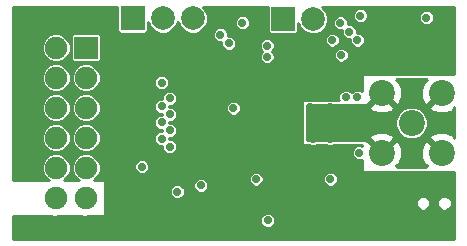
<source format=gbr>
G04 #@! TF.FileFunction,Copper,L2,Inr,Signal*
%FSLAX46Y46*%
G04 Gerber Fmt 4.6, Leading zero omitted, Abs format (unit mm)*
G04 Created by KiCad (PCBNEW 4.0.2+dfsg1-stable) date ven. 22 févr. 2019 08:36:17 CET*
%MOMM*%
G01*
G04 APERTURE LIST*
%ADD10C,0.100000*%
%ADD11R,2.000000X1.900000*%
%ADD12C,1.900000*%
%ADD13C,2.199640*%
%ADD14R,2.000000X2.000000*%
%ADD15C,2.000000*%
%ADD16C,0.711200*%
%ADD17C,0.304800*%
%ADD18C,0.406400*%
%ADD19C,0.254000*%
G04 APERTURE END LIST*
D10*
D11*
X136030000Y-98650000D03*
D12*
X136030000Y-101190000D03*
X136030000Y-103730000D03*
X136030000Y-106270000D03*
X136030000Y-108810000D03*
X136030000Y-111350000D03*
X133490000Y-98650000D03*
X133490000Y-101190000D03*
X133490000Y-103730000D03*
X133490000Y-106270000D03*
X133490000Y-108810000D03*
X133490000Y-111350000D03*
D13*
X161036000Y-107540000D03*
X161036000Y-102460000D03*
X166116000Y-107540000D03*
X166116000Y-102460000D03*
X163576000Y-105000000D03*
D14*
X139960000Y-96160000D03*
D15*
X142500000Y-96160000D03*
X145040000Y-96160000D03*
D14*
X152710000Y-96220000D03*
D15*
X155250000Y-96220000D03*
D16*
X159000000Y-102830000D03*
X155230000Y-106330000D03*
X148500000Y-103750000D03*
X142420000Y-101600000D03*
X149250000Y-96530000D03*
X164840000Y-96090000D03*
X155010000Y-103670000D03*
X156700000Y-103670000D03*
X156700000Y-106330000D03*
X156700000Y-109760000D03*
X140750000Y-108720000D03*
X151410000Y-113260000D03*
X150420000Y-109760000D03*
X143740000Y-110820000D03*
X145750000Y-110300000D03*
X157430000Y-100450000D03*
X155860000Y-102830000D03*
X151610000Y-106220000D03*
X150660000Y-97780000D03*
X150420000Y-108840000D03*
X144840000Y-100380000D03*
X141920000Y-111160000D03*
X158010000Y-102830000D03*
X159170000Y-107540000D03*
X151350000Y-99420000D03*
X151350000Y-98470000D03*
X148120000Y-98280000D03*
X147390000Y-97550000D03*
X156860000Y-98000000D03*
X143100000Y-102930000D03*
X157560000Y-96540000D03*
X142420000Y-103610000D03*
X143100000Y-104290000D03*
X157620000Y-99270000D03*
X158290000Y-97270000D03*
X142420000Y-104970000D03*
X159000000Y-98000000D03*
X143100000Y-105650000D03*
X142420000Y-106330000D03*
X159240000Y-95940000D03*
X143100000Y-107010000D03*
D17*
X157430000Y-100450000D02*
X150580000Y-100450000D01*
X150580000Y-100450000D02*
X149285000Y-99155000D01*
X155860000Y-102830000D02*
X153400000Y-102830000D01*
X151610000Y-104620000D02*
X151610000Y-106220000D01*
X153400000Y-102830000D02*
X151610000Y-104620000D01*
X147120000Y-106220000D02*
X151610000Y-106220000D01*
X147120000Y-106220000D02*
X146290000Y-107050000D01*
D18*
X149285000Y-99155000D02*
X150660000Y-97780000D01*
D17*
X150420000Y-108840000D02*
X148080000Y-108840000D01*
X148080000Y-108840000D02*
X146290000Y-107050000D01*
X146290000Y-107050000D02*
X144840000Y-107050000D01*
D18*
X144840000Y-100380000D02*
X148060000Y-100380000D01*
X148060000Y-100380000D02*
X149285000Y-99155000D01*
X144840000Y-107050000D02*
X144840000Y-100380000D01*
X141920000Y-111160000D02*
X141920000Y-109970000D01*
X141920000Y-109970000D02*
X144840000Y-107050000D01*
D19*
G36*
X138675127Y-97160000D02*
X138694609Y-97263539D01*
X138755801Y-97358634D01*
X138849168Y-97422429D01*
X138960000Y-97444873D01*
X140960000Y-97444873D01*
X141063539Y-97425391D01*
X141158634Y-97364199D01*
X141222429Y-97270832D01*
X141244873Y-97160000D01*
X141244873Y-96472654D01*
X141414745Y-96883775D01*
X141774332Y-97243990D01*
X142244395Y-97439178D01*
X142753372Y-97439622D01*
X143223775Y-97245255D01*
X143583990Y-96885668D01*
X143770217Y-96437185D01*
X143954745Y-96883775D01*
X144314332Y-97243990D01*
X144784395Y-97439178D01*
X145293372Y-97439622D01*
X145763775Y-97245255D01*
X146123990Y-96885668D01*
X146219458Y-96655755D01*
X148614890Y-96655755D01*
X148711360Y-96889228D01*
X148889832Y-97068013D01*
X149123137Y-97164889D01*
X149375755Y-97165110D01*
X149609228Y-97068640D01*
X149788013Y-96890168D01*
X149884889Y-96656863D01*
X149885110Y-96404245D01*
X149788640Y-96170772D01*
X149610168Y-95991987D01*
X149376863Y-95895111D01*
X149124245Y-95894890D01*
X148890772Y-95991360D01*
X148711987Y-96169832D01*
X148615111Y-96403137D01*
X148614890Y-96655755D01*
X146219458Y-96655755D01*
X146319178Y-96415605D01*
X146319622Y-95906628D01*
X146125255Y-95436225D01*
X145883852Y-95194400D01*
X151430311Y-95194400D01*
X151425127Y-95220000D01*
X151425127Y-97220000D01*
X151444609Y-97323539D01*
X151505801Y-97418634D01*
X151599168Y-97482429D01*
X151710000Y-97504873D01*
X153710000Y-97504873D01*
X153813539Y-97485391D01*
X153908634Y-97424199D01*
X153972429Y-97330832D01*
X153994873Y-97220000D01*
X153994873Y-96532654D01*
X154164745Y-96943775D01*
X154524332Y-97303990D01*
X154994395Y-97499178D01*
X155503372Y-97499622D01*
X155973775Y-97305255D01*
X156333990Y-96945668D01*
X156450220Y-96665755D01*
X156924890Y-96665755D01*
X157021360Y-96899228D01*
X157199832Y-97078013D01*
X157433137Y-97174889D01*
X157655083Y-97175083D01*
X157654890Y-97395755D01*
X157751360Y-97629228D01*
X157929832Y-97808013D01*
X158163137Y-97904889D01*
X158365083Y-97905066D01*
X158364890Y-98125755D01*
X158461360Y-98359228D01*
X158639832Y-98538013D01*
X158873137Y-98634889D01*
X159125755Y-98635110D01*
X159359228Y-98538640D01*
X159538013Y-98360168D01*
X159634889Y-98126863D01*
X159635110Y-97874245D01*
X159538640Y-97640772D01*
X159360168Y-97461987D01*
X159126863Y-97365111D01*
X158924917Y-97364934D01*
X158925110Y-97144245D01*
X158828640Y-96910772D01*
X158650168Y-96731987D01*
X158416863Y-96635111D01*
X158194917Y-96634917D01*
X158195110Y-96414245D01*
X158098640Y-96180772D01*
X157983825Y-96065755D01*
X158604890Y-96065755D01*
X158701360Y-96299228D01*
X158879832Y-96478013D01*
X159113137Y-96574889D01*
X159365755Y-96575110D01*
X159599228Y-96478640D01*
X159778013Y-96300168D01*
X159813064Y-96215755D01*
X164204890Y-96215755D01*
X164301360Y-96449228D01*
X164479832Y-96628013D01*
X164713137Y-96724889D01*
X164965755Y-96725110D01*
X165199228Y-96628640D01*
X165378013Y-96450168D01*
X165474889Y-96216863D01*
X165475110Y-95964245D01*
X165378640Y-95730772D01*
X165200168Y-95551987D01*
X164966863Y-95455111D01*
X164714245Y-95454890D01*
X164480772Y-95551360D01*
X164301987Y-95729832D01*
X164205111Y-95963137D01*
X164204890Y-96215755D01*
X159813064Y-96215755D01*
X159874889Y-96066863D01*
X159875110Y-95814245D01*
X159778640Y-95580772D01*
X159600168Y-95401987D01*
X159366863Y-95305111D01*
X159114245Y-95304890D01*
X158880772Y-95401360D01*
X158701987Y-95579832D01*
X158605111Y-95813137D01*
X158604890Y-96065755D01*
X157983825Y-96065755D01*
X157920168Y-96001987D01*
X157686863Y-95905111D01*
X157434245Y-95904890D01*
X157200772Y-96001360D01*
X157021987Y-96179832D01*
X156925111Y-96413137D01*
X156924890Y-96665755D01*
X156450220Y-96665755D01*
X156529178Y-96475605D01*
X156529622Y-95966628D01*
X156335255Y-95496225D01*
X156033956Y-95194400D01*
X167195600Y-95194400D01*
X167195600Y-100873000D01*
X159500000Y-100873000D01*
X159450590Y-100883006D01*
X159408965Y-100911447D01*
X159381685Y-100953841D01*
X159373000Y-101000000D01*
X159373000Y-102304842D01*
X159360168Y-102291987D01*
X159126863Y-102195111D01*
X158874245Y-102194890D01*
X158640772Y-102291360D01*
X158504919Y-102426975D01*
X158370168Y-102291987D01*
X158136863Y-102195111D01*
X157884245Y-102194890D01*
X157650772Y-102291360D01*
X157471987Y-102469832D01*
X157375111Y-102703137D01*
X157374890Y-102955755D01*
X157419203Y-103063000D01*
X156894028Y-103063000D01*
X156826863Y-103035111D01*
X156574245Y-103034890D01*
X156506214Y-103063000D01*
X155204028Y-103063000D01*
X155136863Y-103035111D01*
X154884245Y-103034890D01*
X154816214Y-103063000D01*
X154400000Y-103063000D01*
X154350590Y-103073006D01*
X154308965Y-103101447D01*
X154281685Y-103143841D01*
X154273000Y-103190000D01*
X154273000Y-106750000D01*
X154283006Y-106799410D01*
X154311447Y-106841035D01*
X154353841Y-106868315D01*
X154400000Y-106877000D01*
X154891475Y-106877000D01*
X155103137Y-106964889D01*
X155355755Y-106965110D01*
X155568995Y-106877000D01*
X156361475Y-106877000D01*
X156573137Y-106964889D01*
X156825755Y-106965110D01*
X157038995Y-106877000D01*
X159373000Y-106877000D01*
X159373000Y-106936726D01*
X159296863Y-106905111D01*
X159044245Y-106904890D01*
X158810772Y-107001360D01*
X158631987Y-107179832D01*
X158535111Y-107413137D01*
X158534890Y-107665755D01*
X158631360Y-107899228D01*
X158809832Y-108078013D01*
X159043137Y-108174889D01*
X159295755Y-108175110D01*
X159373000Y-108143193D01*
X159373000Y-109000000D01*
X159383006Y-109049410D01*
X159411447Y-109091035D01*
X159453841Y-109118315D01*
X159500000Y-109127000D01*
X167195600Y-109127000D01*
X167195600Y-114805600D01*
X129804400Y-114805600D01*
X129804400Y-113385755D01*
X150774890Y-113385755D01*
X150871360Y-113619228D01*
X151049832Y-113798013D01*
X151283137Y-113894889D01*
X151535755Y-113895110D01*
X151769228Y-113798640D01*
X151948013Y-113620168D01*
X152044889Y-113386863D01*
X152045110Y-113134245D01*
X151948640Y-112900772D01*
X151770168Y-112721987D01*
X151536863Y-112625111D01*
X151284245Y-112624890D01*
X151050772Y-112721360D01*
X150871987Y-112899832D01*
X150775111Y-113133137D01*
X150774890Y-113385755D01*
X129804400Y-113385755D01*
X129804400Y-112877000D01*
X133049782Y-112877000D01*
X133237398Y-112946188D01*
X133867461Y-112921352D01*
X133974536Y-112877000D01*
X135589782Y-112877000D01*
X135777398Y-112946188D01*
X136407461Y-112921352D01*
X136514536Y-112877000D01*
X137500000Y-112877000D01*
X137549410Y-112866994D01*
X137591035Y-112838553D01*
X137618315Y-112796159D01*
X137627000Y-112750000D01*
X137627000Y-111924646D01*
X163920491Y-111924646D01*
X164016109Y-112156061D01*
X164193008Y-112333268D01*
X164424255Y-112429291D01*
X164674646Y-112429509D01*
X164906061Y-112333891D01*
X165083268Y-112156992D01*
X165179291Y-111925745D01*
X165179291Y-111924646D01*
X165720491Y-111924646D01*
X165816109Y-112156061D01*
X165993008Y-112333268D01*
X166224255Y-112429291D01*
X166474646Y-112429509D01*
X166706061Y-112333891D01*
X166883268Y-112156992D01*
X166979291Y-111925745D01*
X166979509Y-111675354D01*
X166883891Y-111443939D01*
X166706992Y-111266732D01*
X166475745Y-111170709D01*
X166225354Y-111170491D01*
X165993939Y-111266109D01*
X165816732Y-111443008D01*
X165720709Y-111674255D01*
X165720491Y-111924646D01*
X165179291Y-111924646D01*
X165179509Y-111675354D01*
X165083891Y-111443939D01*
X164906992Y-111266732D01*
X164675745Y-111170709D01*
X164425354Y-111170491D01*
X164193939Y-111266109D01*
X164016732Y-111443008D01*
X163920709Y-111674255D01*
X163920491Y-111924646D01*
X137627000Y-111924646D01*
X137627000Y-110945755D01*
X143104890Y-110945755D01*
X143201360Y-111179228D01*
X143379832Y-111358013D01*
X143613137Y-111454889D01*
X143865755Y-111455110D01*
X144099228Y-111358640D01*
X144278013Y-111180168D01*
X144374889Y-110946863D01*
X144375110Y-110694245D01*
X144278640Y-110460772D01*
X144243685Y-110425755D01*
X145114890Y-110425755D01*
X145211360Y-110659228D01*
X145389832Y-110838013D01*
X145623137Y-110934889D01*
X145875755Y-110935110D01*
X146109228Y-110838640D01*
X146288013Y-110660168D01*
X146384889Y-110426863D01*
X146385110Y-110174245D01*
X146288640Y-109940772D01*
X146233720Y-109885755D01*
X149784890Y-109885755D01*
X149881360Y-110119228D01*
X150059832Y-110298013D01*
X150293137Y-110394889D01*
X150545755Y-110395110D01*
X150779228Y-110298640D01*
X150958013Y-110120168D01*
X151054889Y-109886863D01*
X151054889Y-109885755D01*
X156064890Y-109885755D01*
X156161360Y-110119228D01*
X156339832Y-110298013D01*
X156573137Y-110394889D01*
X156825755Y-110395110D01*
X157059228Y-110298640D01*
X157238013Y-110120168D01*
X157334889Y-109886863D01*
X157335110Y-109634245D01*
X157238640Y-109400772D01*
X157060168Y-109221987D01*
X156826863Y-109125111D01*
X156574245Y-109124890D01*
X156340772Y-109221360D01*
X156161987Y-109399832D01*
X156065111Y-109633137D01*
X156064890Y-109885755D01*
X151054889Y-109885755D01*
X151055110Y-109634245D01*
X150958640Y-109400772D01*
X150780168Y-109221987D01*
X150546863Y-109125111D01*
X150294245Y-109124890D01*
X150060772Y-109221360D01*
X149881987Y-109399832D01*
X149785111Y-109633137D01*
X149784890Y-109885755D01*
X146233720Y-109885755D01*
X146110168Y-109761987D01*
X145876863Y-109665111D01*
X145624245Y-109664890D01*
X145390772Y-109761360D01*
X145211987Y-109939832D01*
X145115111Y-110173137D01*
X145114890Y-110425755D01*
X144243685Y-110425755D01*
X144100168Y-110281987D01*
X143866863Y-110185111D01*
X143614245Y-110184890D01*
X143380772Y-110281360D01*
X143201987Y-110459832D01*
X143105111Y-110693137D01*
X143104890Y-110945755D01*
X137627000Y-110945755D01*
X137627000Y-110000000D01*
X137616994Y-109950590D01*
X137588553Y-109908965D01*
X137546159Y-109881685D01*
X137500000Y-109873000D01*
X136676704Y-109873000D01*
X136725489Y-109852842D01*
X137071627Y-109507308D01*
X137259186Y-109055616D01*
X137259369Y-108845755D01*
X140114890Y-108845755D01*
X140211360Y-109079228D01*
X140389832Y-109258013D01*
X140623137Y-109354889D01*
X140875755Y-109355110D01*
X141109228Y-109258640D01*
X141288013Y-109080168D01*
X141384889Y-108846863D01*
X141385110Y-108594245D01*
X141288640Y-108360772D01*
X141110168Y-108181987D01*
X140876863Y-108085111D01*
X140624245Y-108084890D01*
X140390772Y-108181360D01*
X140211987Y-108359832D01*
X140115111Y-108593137D01*
X140114890Y-108845755D01*
X137259369Y-108845755D01*
X137259613Y-108566530D01*
X137072842Y-108114511D01*
X136727308Y-107768373D01*
X136275616Y-107580814D01*
X135786530Y-107580387D01*
X135334511Y-107767158D01*
X134988373Y-108112692D01*
X134800814Y-108564384D01*
X134800387Y-109053470D01*
X134987158Y-109505489D01*
X135332692Y-109851627D01*
X135384164Y-109873000D01*
X134136704Y-109873000D01*
X134185489Y-109852842D01*
X134531627Y-109507308D01*
X134719186Y-109055616D01*
X134719613Y-108566530D01*
X134532842Y-108114511D01*
X134187308Y-107768373D01*
X133735616Y-107580814D01*
X133246530Y-107580387D01*
X132794511Y-107767158D01*
X132448373Y-108112692D01*
X132260814Y-108564384D01*
X132260387Y-109053470D01*
X132447158Y-109505489D01*
X132792692Y-109851627D01*
X132844164Y-109873000D01*
X129804400Y-109873000D01*
X129804400Y-106513470D01*
X132260387Y-106513470D01*
X132447158Y-106965489D01*
X132792692Y-107311627D01*
X133244384Y-107499186D01*
X133733470Y-107499613D01*
X134185489Y-107312842D01*
X134531627Y-106967308D01*
X134719186Y-106515616D01*
X134719187Y-106513470D01*
X134800387Y-106513470D01*
X134987158Y-106965489D01*
X135332692Y-107311627D01*
X135784384Y-107499186D01*
X136273470Y-107499613D01*
X136725489Y-107312842D01*
X137071627Y-106967308D01*
X137259186Y-106515616D01*
X137259613Y-106026530D01*
X137072842Y-105574511D01*
X136727308Y-105228373D01*
X136275616Y-105040814D01*
X135786530Y-105040387D01*
X135334511Y-105227158D01*
X134988373Y-105572692D01*
X134800814Y-106024384D01*
X134800387Y-106513470D01*
X134719187Y-106513470D01*
X134719613Y-106026530D01*
X134532842Y-105574511D01*
X134187308Y-105228373D01*
X133735616Y-105040814D01*
X133246530Y-105040387D01*
X132794511Y-105227158D01*
X132448373Y-105572692D01*
X132260814Y-106024384D01*
X132260387Y-106513470D01*
X129804400Y-106513470D01*
X129804400Y-103973470D01*
X132260387Y-103973470D01*
X132447158Y-104425489D01*
X132792692Y-104771627D01*
X133244384Y-104959186D01*
X133733470Y-104959613D01*
X134185489Y-104772842D01*
X134531627Y-104427308D01*
X134719186Y-103975616D01*
X134719187Y-103973470D01*
X134800387Y-103973470D01*
X134987158Y-104425489D01*
X135332692Y-104771627D01*
X135784384Y-104959186D01*
X136273470Y-104959613D01*
X136725489Y-104772842D01*
X137071627Y-104427308D01*
X137259186Y-103975616D01*
X137259395Y-103735755D01*
X141784890Y-103735755D01*
X141881360Y-103969228D01*
X142059832Y-104148013D01*
X142293137Y-104244889D01*
X142465039Y-104245039D01*
X142464961Y-104335039D01*
X142294245Y-104334890D01*
X142060772Y-104431360D01*
X141881987Y-104609832D01*
X141785111Y-104843137D01*
X141784890Y-105095755D01*
X141881360Y-105329228D01*
X142059832Y-105508013D01*
X142293137Y-105604889D01*
X142465039Y-105605039D01*
X142464961Y-105695039D01*
X142294245Y-105694890D01*
X142060772Y-105791360D01*
X141881987Y-105969832D01*
X141785111Y-106203137D01*
X141784890Y-106455755D01*
X141881360Y-106689228D01*
X142059832Y-106868013D01*
X142293137Y-106964889D01*
X142465039Y-106965039D01*
X142464890Y-107135755D01*
X142561360Y-107369228D01*
X142739832Y-107548013D01*
X142973137Y-107644889D01*
X143225755Y-107645110D01*
X143459228Y-107548640D01*
X143638013Y-107370168D01*
X143734889Y-107136863D01*
X143735110Y-106884245D01*
X143638640Y-106650772D01*
X143460168Y-106471987D01*
X143226863Y-106375111D01*
X143054961Y-106374961D01*
X143055039Y-106284961D01*
X143225755Y-106285110D01*
X143459228Y-106188640D01*
X143638013Y-106010168D01*
X143734889Y-105776863D01*
X143735110Y-105524245D01*
X143638640Y-105290772D01*
X143460168Y-105111987D01*
X143226863Y-105015111D01*
X143054961Y-105014961D01*
X143055039Y-104924961D01*
X143225755Y-104925110D01*
X143459228Y-104828640D01*
X143638013Y-104650168D01*
X143734889Y-104416863D01*
X143735110Y-104164245D01*
X143638640Y-103930772D01*
X143583720Y-103875755D01*
X147864890Y-103875755D01*
X147961360Y-104109228D01*
X148139832Y-104288013D01*
X148373137Y-104384889D01*
X148625755Y-104385110D01*
X148859228Y-104288640D01*
X149038013Y-104110168D01*
X149134889Y-103876863D01*
X149135110Y-103624245D01*
X149038640Y-103390772D01*
X148860168Y-103211987D01*
X148626863Y-103115111D01*
X148374245Y-103114890D01*
X148140772Y-103211360D01*
X147961987Y-103389832D01*
X147865111Y-103623137D01*
X147864890Y-103875755D01*
X143583720Y-103875755D01*
X143460168Y-103751987D01*
X143226863Y-103655111D01*
X143054961Y-103654961D01*
X143055039Y-103564961D01*
X143225755Y-103565110D01*
X143459228Y-103468640D01*
X143638013Y-103290168D01*
X143734889Y-103056863D01*
X143735110Y-102804245D01*
X143638640Y-102570772D01*
X143460168Y-102391987D01*
X143226863Y-102295111D01*
X142974245Y-102294890D01*
X142740772Y-102391360D01*
X142561987Y-102569832D01*
X142465111Y-102803137D01*
X142464961Y-102975039D01*
X142294245Y-102974890D01*
X142060772Y-103071360D01*
X141881987Y-103249832D01*
X141785111Y-103483137D01*
X141784890Y-103735755D01*
X137259395Y-103735755D01*
X137259613Y-103486530D01*
X137072842Y-103034511D01*
X136727308Y-102688373D01*
X136275616Y-102500814D01*
X135786530Y-102500387D01*
X135334511Y-102687158D01*
X134988373Y-103032692D01*
X134800814Y-103484384D01*
X134800387Y-103973470D01*
X134719187Y-103973470D01*
X134719613Y-103486530D01*
X134532842Y-103034511D01*
X134187308Y-102688373D01*
X133735616Y-102500814D01*
X133246530Y-102500387D01*
X132794511Y-102687158D01*
X132448373Y-103032692D01*
X132260814Y-103484384D01*
X132260387Y-103973470D01*
X129804400Y-103973470D01*
X129804400Y-101433470D01*
X132260387Y-101433470D01*
X132447158Y-101885489D01*
X132792692Y-102231627D01*
X133244384Y-102419186D01*
X133733470Y-102419613D01*
X134185489Y-102232842D01*
X134531627Y-101887308D01*
X134719186Y-101435616D01*
X134719187Y-101433470D01*
X134800387Y-101433470D01*
X134987158Y-101885489D01*
X135332692Y-102231627D01*
X135784384Y-102419186D01*
X136273470Y-102419613D01*
X136725489Y-102232842D01*
X137071627Y-101887308D01*
X137138709Y-101725755D01*
X141784890Y-101725755D01*
X141881360Y-101959228D01*
X142059832Y-102138013D01*
X142293137Y-102234889D01*
X142545755Y-102235110D01*
X142779228Y-102138640D01*
X142958013Y-101960168D01*
X143054889Y-101726863D01*
X143055110Y-101474245D01*
X142958640Y-101240772D01*
X142780168Y-101061987D01*
X142546863Y-100965111D01*
X142294245Y-100964890D01*
X142060772Y-101061360D01*
X141881987Y-101239832D01*
X141785111Y-101473137D01*
X141784890Y-101725755D01*
X137138709Y-101725755D01*
X137259186Y-101435616D01*
X137259613Y-100946530D01*
X137072842Y-100494511D01*
X136727308Y-100148373D01*
X136275616Y-99960814D01*
X135786530Y-99960387D01*
X135334511Y-100147158D01*
X134988373Y-100492692D01*
X134800814Y-100944384D01*
X134800387Y-101433470D01*
X134719187Y-101433470D01*
X134719613Y-100946530D01*
X134532842Y-100494511D01*
X134187308Y-100148373D01*
X133735616Y-99960814D01*
X133246530Y-99960387D01*
X132794511Y-100147158D01*
X132448373Y-100492692D01*
X132260814Y-100944384D01*
X132260387Y-101433470D01*
X129804400Y-101433470D01*
X129804400Y-98893470D01*
X132260387Y-98893470D01*
X132447158Y-99345489D01*
X132792692Y-99691627D01*
X133244384Y-99879186D01*
X133733470Y-99879613D01*
X134185489Y-99692842D01*
X134531627Y-99347308D01*
X134719186Y-98895616D01*
X134719613Y-98406530D01*
X134532842Y-97954511D01*
X134278776Y-97700000D01*
X134745127Y-97700000D01*
X134745127Y-99600000D01*
X134764609Y-99703539D01*
X134825801Y-99798634D01*
X134919168Y-99862429D01*
X135030000Y-99884873D01*
X137030000Y-99884873D01*
X137133539Y-99865391D01*
X137228634Y-99804199D01*
X137292429Y-99710832D01*
X137314873Y-99600000D01*
X137314873Y-97700000D01*
X137310312Y-97675755D01*
X146754890Y-97675755D01*
X146851360Y-97909228D01*
X147029832Y-98088013D01*
X147263137Y-98184889D01*
X147485083Y-98185083D01*
X147484890Y-98405755D01*
X147581360Y-98639228D01*
X147759832Y-98818013D01*
X147993137Y-98914889D01*
X148245755Y-98915110D01*
X148479228Y-98818640D01*
X148658013Y-98640168D01*
X148676454Y-98595755D01*
X150714890Y-98595755D01*
X150811360Y-98829228D01*
X150926975Y-98945046D01*
X150811987Y-99059832D01*
X150715111Y-99293137D01*
X150714890Y-99545755D01*
X150811360Y-99779228D01*
X150989832Y-99958013D01*
X151223137Y-100054889D01*
X151475755Y-100055110D01*
X151709228Y-99958640D01*
X151888013Y-99780168D01*
X151984889Y-99546863D01*
X151985021Y-99395755D01*
X156984890Y-99395755D01*
X157081360Y-99629228D01*
X157259832Y-99808013D01*
X157493137Y-99904889D01*
X157745755Y-99905110D01*
X157979228Y-99808640D01*
X158158013Y-99630168D01*
X158254889Y-99396863D01*
X158255110Y-99144245D01*
X158158640Y-98910772D01*
X157980168Y-98731987D01*
X157746863Y-98635111D01*
X157494245Y-98634890D01*
X157260772Y-98731360D01*
X157081987Y-98909832D01*
X156985111Y-99143137D01*
X156984890Y-99395755D01*
X151985021Y-99395755D01*
X151985110Y-99294245D01*
X151888640Y-99060772D01*
X151773025Y-98944954D01*
X151888013Y-98830168D01*
X151984889Y-98596863D01*
X151985110Y-98344245D01*
X151894831Y-98125755D01*
X156224890Y-98125755D01*
X156321360Y-98359228D01*
X156499832Y-98538013D01*
X156733137Y-98634889D01*
X156985755Y-98635110D01*
X157219228Y-98538640D01*
X157398013Y-98360168D01*
X157494889Y-98126863D01*
X157495110Y-97874245D01*
X157398640Y-97640772D01*
X157220168Y-97461987D01*
X156986863Y-97365111D01*
X156734245Y-97364890D01*
X156500772Y-97461360D01*
X156321987Y-97639832D01*
X156225111Y-97873137D01*
X156224890Y-98125755D01*
X151894831Y-98125755D01*
X151888640Y-98110772D01*
X151710168Y-97931987D01*
X151476863Y-97835111D01*
X151224245Y-97834890D01*
X150990772Y-97931360D01*
X150811987Y-98109832D01*
X150715111Y-98343137D01*
X150714890Y-98595755D01*
X148676454Y-98595755D01*
X148754889Y-98406863D01*
X148755110Y-98154245D01*
X148658640Y-97920772D01*
X148480168Y-97741987D01*
X148246863Y-97645111D01*
X148024917Y-97644917D01*
X148025110Y-97424245D01*
X147928640Y-97190772D01*
X147750168Y-97011987D01*
X147516863Y-96915111D01*
X147264245Y-96914890D01*
X147030772Y-97011360D01*
X146851987Y-97189832D01*
X146755111Y-97423137D01*
X146754890Y-97675755D01*
X137310312Y-97675755D01*
X137295391Y-97596461D01*
X137234199Y-97501366D01*
X137140832Y-97437571D01*
X137030000Y-97415127D01*
X135030000Y-97415127D01*
X134926461Y-97434609D01*
X134831366Y-97495801D01*
X134767571Y-97589168D01*
X134745127Y-97700000D01*
X134278776Y-97700000D01*
X134187308Y-97608373D01*
X133735616Y-97420814D01*
X133246530Y-97420387D01*
X132794511Y-97607158D01*
X132448373Y-97952692D01*
X132260814Y-98404384D01*
X132260387Y-98893470D01*
X129804400Y-98893470D01*
X129804400Y-95194400D01*
X138675127Y-95194400D01*
X138675127Y-97160000D01*
X138675127Y-97160000D01*
G37*
X138675127Y-97160000D02*
X138694609Y-97263539D01*
X138755801Y-97358634D01*
X138849168Y-97422429D01*
X138960000Y-97444873D01*
X140960000Y-97444873D01*
X141063539Y-97425391D01*
X141158634Y-97364199D01*
X141222429Y-97270832D01*
X141244873Y-97160000D01*
X141244873Y-96472654D01*
X141414745Y-96883775D01*
X141774332Y-97243990D01*
X142244395Y-97439178D01*
X142753372Y-97439622D01*
X143223775Y-97245255D01*
X143583990Y-96885668D01*
X143770217Y-96437185D01*
X143954745Y-96883775D01*
X144314332Y-97243990D01*
X144784395Y-97439178D01*
X145293372Y-97439622D01*
X145763775Y-97245255D01*
X146123990Y-96885668D01*
X146219458Y-96655755D01*
X148614890Y-96655755D01*
X148711360Y-96889228D01*
X148889832Y-97068013D01*
X149123137Y-97164889D01*
X149375755Y-97165110D01*
X149609228Y-97068640D01*
X149788013Y-96890168D01*
X149884889Y-96656863D01*
X149885110Y-96404245D01*
X149788640Y-96170772D01*
X149610168Y-95991987D01*
X149376863Y-95895111D01*
X149124245Y-95894890D01*
X148890772Y-95991360D01*
X148711987Y-96169832D01*
X148615111Y-96403137D01*
X148614890Y-96655755D01*
X146219458Y-96655755D01*
X146319178Y-96415605D01*
X146319622Y-95906628D01*
X146125255Y-95436225D01*
X145883852Y-95194400D01*
X151430311Y-95194400D01*
X151425127Y-95220000D01*
X151425127Y-97220000D01*
X151444609Y-97323539D01*
X151505801Y-97418634D01*
X151599168Y-97482429D01*
X151710000Y-97504873D01*
X153710000Y-97504873D01*
X153813539Y-97485391D01*
X153908634Y-97424199D01*
X153972429Y-97330832D01*
X153994873Y-97220000D01*
X153994873Y-96532654D01*
X154164745Y-96943775D01*
X154524332Y-97303990D01*
X154994395Y-97499178D01*
X155503372Y-97499622D01*
X155973775Y-97305255D01*
X156333990Y-96945668D01*
X156450220Y-96665755D01*
X156924890Y-96665755D01*
X157021360Y-96899228D01*
X157199832Y-97078013D01*
X157433137Y-97174889D01*
X157655083Y-97175083D01*
X157654890Y-97395755D01*
X157751360Y-97629228D01*
X157929832Y-97808013D01*
X158163137Y-97904889D01*
X158365083Y-97905066D01*
X158364890Y-98125755D01*
X158461360Y-98359228D01*
X158639832Y-98538013D01*
X158873137Y-98634889D01*
X159125755Y-98635110D01*
X159359228Y-98538640D01*
X159538013Y-98360168D01*
X159634889Y-98126863D01*
X159635110Y-97874245D01*
X159538640Y-97640772D01*
X159360168Y-97461987D01*
X159126863Y-97365111D01*
X158924917Y-97364934D01*
X158925110Y-97144245D01*
X158828640Y-96910772D01*
X158650168Y-96731987D01*
X158416863Y-96635111D01*
X158194917Y-96634917D01*
X158195110Y-96414245D01*
X158098640Y-96180772D01*
X157983825Y-96065755D01*
X158604890Y-96065755D01*
X158701360Y-96299228D01*
X158879832Y-96478013D01*
X159113137Y-96574889D01*
X159365755Y-96575110D01*
X159599228Y-96478640D01*
X159778013Y-96300168D01*
X159813064Y-96215755D01*
X164204890Y-96215755D01*
X164301360Y-96449228D01*
X164479832Y-96628013D01*
X164713137Y-96724889D01*
X164965755Y-96725110D01*
X165199228Y-96628640D01*
X165378013Y-96450168D01*
X165474889Y-96216863D01*
X165475110Y-95964245D01*
X165378640Y-95730772D01*
X165200168Y-95551987D01*
X164966863Y-95455111D01*
X164714245Y-95454890D01*
X164480772Y-95551360D01*
X164301987Y-95729832D01*
X164205111Y-95963137D01*
X164204890Y-96215755D01*
X159813064Y-96215755D01*
X159874889Y-96066863D01*
X159875110Y-95814245D01*
X159778640Y-95580772D01*
X159600168Y-95401987D01*
X159366863Y-95305111D01*
X159114245Y-95304890D01*
X158880772Y-95401360D01*
X158701987Y-95579832D01*
X158605111Y-95813137D01*
X158604890Y-96065755D01*
X157983825Y-96065755D01*
X157920168Y-96001987D01*
X157686863Y-95905111D01*
X157434245Y-95904890D01*
X157200772Y-96001360D01*
X157021987Y-96179832D01*
X156925111Y-96413137D01*
X156924890Y-96665755D01*
X156450220Y-96665755D01*
X156529178Y-96475605D01*
X156529622Y-95966628D01*
X156335255Y-95496225D01*
X156033956Y-95194400D01*
X167195600Y-95194400D01*
X167195600Y-100873000D01*
X159500000Y-100873000D01*
X159450590Y-100883006D01*
X159408965Y-100911447D01*
X159381685Y-100953841D01*
X159373000Y-101000000D01*
X159373000Y-102304842D01*
X159360168Y-102291987D01*
X159126863Y-102195111D01*
X158874245Y-102194890D01*
X158640772Y-102291360D01*
X158504919Y-102426975D01*
X158370168Y-102291987D01*
X158136863Y-102195111D01*
X157884245Y-102194890D01*
X157650772Y-102291360D01*
X157471987Y-102469832D01*
X157375111Y-102703137D01*
X157374890Y-102955755D01*
X157419203Y-103063000D01*
X156894028Y-103063000D01*
X156826863Y-103035111D01*
X156574245Y-103034890D01*
X156506214Y-103063000D01*
X155204028Y-103063000D01*
X155136863Y-103035111D01*
X154884245Y-103034890D01*
X154816214Y-103063000D01*
X154400000Y-103063000D01*
X154350590Y-103073006D01*
X154308965Y-103101447D01*
X154281685Y-103143841D01*
X154273000Y-103190000D01*
X154273000Y-106750000D01*
X154283006Y-106799410D01*
X154311447Y-106841035D01*
X154353841Y-106868315D01*
X154400000Y-106877000D01*
X154891475Y-106877000D01*
X155103137Y-106964889D01*
X155355755Y-106965110D01*
X155568995Y-106877000D01*
X156361475Y-106877000D01*
X156573137Y-106964889D01*
X156825755Y-106965110D01*
X157038995Y-106877000D01*
X159373000Y-106877000D01*
X159373000Y-106936726D01*
X159296863Y-106905111D01*
X159044245Y-106904890D01*
X158810772Y-107001360D01*
X158631987Y-107179832D01*
X158535111Y-107413137D01*
X158534890Y-107665755D01*
X158631360Y-107899228D01*
X158809832Y-108078013D01*
X159043137Y-108174889D01*
X159295755Y-108175110D01*
X159373000Y-108143193D01*
X159373000Y-109000000D01*
X159383006Y-109049410D01*
X159411447Y-109091035D01*
X159453841Y-109118315D01*
X159500000Y-109127000D01*
X167195600Y-109127000D01*
X167195600Y-114805600D01*
X129804400Y-114805600D01*
X129804400Y-113385755D01*
X150774890Y-113385755D01*
X150871360Y-113619228D01*
X151049832Y-113798013D01*
X151283137Y-113894889D01*
X151535755Y-113895110D01*
X151769228Y-113798640D01*
X151948013Y-113620168D01*
X152044889Y-113386863D01*
X152045110Y-113134245D01*
X151948640Y-112900772D01*
X151770168Y-112721987D01*
X151536863Y-112625111D01*
X151284245Y-112624890D01*
X151050772Y-112721360D01*
X150871987Y-112899832D01*
X150775111Y-113133137D01*
X150774890Y-113385755D01*
X129804400Y-113385755D01*
X129804400Y-112877000D01*
X133049782Y-112877000D01*
X133237398Y-112946188D01*
X133867461Y-112921352D01*
X133974536Y-112877000D01*
X135589782Y-112877000D01*
X135777398Y-112946188D01*
X136407461Y-112921352D01*
X136514536Y-112877000D01*
X137500000Y-112877000D01*
X137549410Y-112866994D01*
X137591035Y-112838553D01*
X137618315Y-112796159D01*
X137627000Y-112750000D01*
X137627000Y-111924646D01*
X163920491Y-111924646D01*
X164016109Y-112156061D01*
X164193008Y-112333268D01*
X164424255Y-112429291D01*
X164674646Y-112429509D01*
X164906061Y-112333891D01*
X165083268Y-112156992D01*
X165179291Y-111925745D01*
X165179291Y-111924646D01*
X165720491Y-111924646D01*
X165816109Y-112156061D01*
X165993008Y-112333268D01*
X166224255Y-112429291D01*
X166474646Y-112429509D01*
X166706061Y-112333891D01*
X166883268Y-112156992D01*
X166979291Y-111925745D01*
X166979509Y-111675354D01*
X166883891Y-111443939D01*
X166706992Y-111266732D01*
X166475745Y-111170709D01*
X166225354Y-111170491D01*
X165993939Y-111266109D01*
X165816732Y-111443008D01*
X165720709Y-111674255D01*
X165720491Y-111924646D01*
X165179291Y-111924646D01*
X165179509Y-111675354D01*
X165083891Y-111443939D01*
X164906992Y-111266732D01*
X164675745Y-111170709D01*
X164425354Y-111170491D01*
X164193939Y-111266109D01*
X164016732Y-111443008D01*
X163920709Y-111674255D01*
X163920491Y-111924646D01*
X137627000Y-111924646D01*
X137627000Y-110945755D01*
X143104890Y-110945755D01*
X143201360Y-111179228D01*
X143379832Y-111358013D01*
X143613137Y-111454889D01*
X143865755Y-111455110D01*
X144099228Y-111358640D01*
X144278013Y-111180168D01*
X144374889Y-110946863D01*
X144375110Y-110694245D01*
X144278640Y-110460772D01*
X144243685Y-110425755D01*
X145114890Y-110425755D01*
X145211360Y-110659228D01*
X145389832Y-110838013D01*
X145623137Y-110934889D01*
X145875755Y-110935110D01*
X146109228Y-110838640D01*
X146288013Y-110660168D01*
X146384889Y-110426863D01*
X146385110Y-110174245D01*
X146288640Y-109940772D01*
X146233720Y-109885755D01*
X149784890Y-109885755D01*
X149881360Y-110119228D01*
X150059832Y-110298013D01*
X150293137Y-110394889D01*
X150545755Y-110395110D01*
X150779228Y-110298640D01*
X150958013Y-110120168D01*
X151054889Y-109886863D01*
X151054889Y-109885755D01*
X156064890Y-109885755D01*
X156161360Y-110119228D01*
X156339832Y-110298013D01*
X156573137Y-110394889D01*
X156825755Y-110395110D01*
X157059228Y-110298640D01*
X157238013Y-110120168D01*
X157334889Y-109886863D01*
X157335110Y-109634245D01*
X157238640Y-109400772D01*
X157060168Y-109221987D01*
X156826863Y-109125111D01*
X156574245Y-109124890D01*
X156340772Y-109221360D01*
X156161987Y-109399832D01*
X156065111Y-109633137D01*
X156064890Y-109885755D01*
X151054889Y-109885755D01*
X151055110Y-109634245D01*
X150958640Y-109400772D01*
X150780168Y-109221987D01*
X150546863Y-109125111D01*
X150294245Y-109124890D01*
X150060772Y-109221360D01*
X149881987Y-109399832D01*
X149785111Y-109633137D01*
X149784890Y-109885755D01*
X146233720Y-109885755D01*
X146110168Y-109761987D01*
X145876863Y-109665111D01*
X145624245Y-109664890D01*
X145390772Y-109761360D01*
X145211987Y-109939832D01*
X145115111Y-110173137D01*
X145114890Y-110425755D01*
X144243685Y-110425755D01*
X144100168Y-110281987D01*
X143866863Y-110185111D01*
X143614245Y-110184890D01*
X143380772Y-110281360D01*
X143201987Y-110459832D01*
X143105111Y-110693137D01*
X143104890Y-110945755D01*
X137627000Y-110945755D01*
X137627000Y-110000000D01*
X137616994Y-109950590D01*
X137588553Y-109908965D01*
X137546159Y-109881685D01*
X137500000Y-109873000D01*
X136676704Y-109873000D01*
X136725489Y-109852842D01*
X137071627Y-109507308D01*
X137259186Y-109055616D01*
X137259369Y-108845755D01*
X140114890Y-108845755D01*
X140211360Y-109079228D01*
X140389832Y-109258013D01*
X140623137Y-109354889D01*
X140875755Y-109355110D01*
X141109228Y-109258640D01*
X141288013Y-109080168D01*
X141384889Y-108846863D01*
X141385110Y-108594245D01*
X141288640Y-108360772D01*
X141110168Y-108181987D01*
X140876863Y-108085111D01*
X140624245Y-108084890D01*
X140390772Y-108181360D01*
X140211987Y-108359832D01*
X140115111Y-108593137D01*
X140114890Y-108845755D01*
X137259369Y-108845755D01*
X137259613Y-108566530D01*
X137072842Y-108114511D01*
X136727308Y-107768373D01*
X136275616Y-107580814D01*
X135786530Y-107580387D01*
X135334511Y-107767158D01*
X134988373Y-108112692D01*
X134800814Y-108564384D01*
X134800387Y-109053470D01*
X134987158Y-109505489D01*
X135332692Y-109851627D01*
X135384164Y-109873000D01*
X134136704Y-109873000D01*
X134185489Y-109852842D01*
X134531627Y-109507308D01*
X134719186Y-109055616D01*
X134719613Y-108566530D01*
X134532842Y-108114511D01*
X134187308Y-107768373D01*
X133735616Y-107580814D01*
X133246530Y-107580387D01*
X132794511Y-107767158D01*
X132448373Y-108112692D01*
X132260814Y-108564384D01*
X132260387Y-109053470D01*
X132447158Y-109505489D01*
X132792692Y-109851627D01*
X132844164Y-109873000D01*
X129804400Y-109873000D01*
X129804400Y-106513470D01*
X132260387Y-106513470D01*
X132447158Y-106965489D01*
X132792692Y-107311627D01*
X133244384Y-107499186D01*
X133733470Y-107499613D01*
X134185489Y-107312842D01*
X134531627Y-106967308D01*
X134719186Y-106515616D01*
X134719187Y-106513470D01*
X134800387Y-106513470D01*
X134987158Y-106965489D01*
X135332692Y-107311627D01*
X135784384Y-107499186D01*
X136273470Y-107499613D01*
X136725489Y-107312842D01*
X137071627Y-106967308D01*
X137259186Y-106515616D01*
X137259613Y-106026530D01*
X137072842Y-105574511D01*
X136727308Y-105228373D01*
X136275616Y-105040814D01*
X135786530Y-105040387D01*
X135334511Y-105227158D01*
X134988373Y-105572692D01*
X134800814Y-106024384D01*
X134800387Y-106513470D01*
X134719187Y-106513470D01*
X134719613Y-106026530D01*
X134532842Y-105574511D01*
X134187308Y-105228373D01*
X133735616Y-105040814D01*
X133246530Y-105040387D01*
X132794511Y-105227158D01*
X132448373Y-105572692D01*
X132260814Y-106024384D01*
X132260387Y-106513470D01*
X129804400Y-106513470D01*
X129804400Y-103973470D01*
X132260387Y-103973470D01*
X132447158Y-104425489D01*
X132792692Y-104771627D01*
X133244384Y-104959186D01*
X133733470Y-104959613D01*
X134185489Y-104772842D01*
X134531627Y-104427308D01*
X134719186Y-103975616D01*
X134719187Y-103973470D01*
X134800387Y-103973470D01*
X134987158Y-104425489D01*
X135332692Y-104771627D01*
X135784384Y-104959186D01*
X136273470Y-104959613D01*
X136725489Y-104772842D01*
X137071627Y-104427308D01*
X137259186Y-103975616D01*
X137259395Y-103735755D01*
X141784890Y-103735755D01*
X141881360Y-103969228D01*
X142059832Y-104148013D01*
X142293137Y-104244889D01*
X142465039Y-104245039D01*
X142464961Y-104335039D01*
X142294245Y-104334890D01*
X142060772Y-104431360D01*
X141881987Y-104609832D01*
X141785111Y-104843137D01*
X141784890Y-105095755D01*
X141881360Y-105329228D01*
X142059832Y-105508013D01*
X142293137Y-105604889D01*
X142465039Y-105605039D01*
X142464961Y-105695039D01*
X142294245Y-105694890D01*
X142060772Y-105791360D01*
X141881987Y-105969832D01*
X141785111Y-106203137D01*
X141784890Y-106455755D01*
X141881360Y-106689228D01*
X142059832Y-106868013D01*
X142293137Y-106964889D01*
X142465039Y-106965039D01*
X142464890Y-107135755D01*
X142561360Y-107369228D01*
X142739832Y-107548013D01*
X142973137Y-107644889D01*
X143225755Y-107645110D01*
X143459228Y-107548640D01*
X143638013Y-107370168D01*
X143734889Y-107136863D01*
X143735110Y-106884245D01*
X143638640Y-106650772D01*
X143460168Y-106471987D01*
X143226863Y-106375111D01*
X143054961Y-106374961D01*
X143055039Y-106284961D01*
X143225755Y-106285110D01*
X143459228Y-106188640D01*
X143638013Y-106010168D01*
X143734889Y-105776863D01*
X143735110Y-105524245D01*
X143638640Y-105290772D01*
X143460168Y-105111987D01*
X143226863Y-105015111D01*
X143054961Y-105014961D01*
X143055039Y-104924961D01*
X143225755Y-104925110D01*
X143459228Y-104828640D01*
X143638013Y-104650168D01*
X143734889Y-104416863D01*
X143735110Y-104164245D01*
X143638640Y-103930772D01*
X143583720Y-103875755D01*
X147864890Y-103875755D01*
X147961360Y-104109228D01*
X148139832Y-104288013D01*
X148373137Y-104384889D01*
X148625755Y-104385110D01*
X148859228Y-104288640D01*
X149038013Y-104110168D01*
X149134889Y-103876863D01*
X149135110Y-103624245D01*
X149038640Y-103390772D01*
X148860168Y-103211987D01*
X148626863Y-103115111D01*
X148374245Y-103114890D01*
X148140772Y-103211360D01*
X147961987Y-103389832D01*
X147865111Y-103623137D01*
X147864890Y-103875755D01*
X143583720Y-103875755D01*
X143460168Y-103751987D01*
X143226863Y-103655111D01*
X143054961Y-103654961D01*
X143055039Y-103564961D01*
X143225755Y-103565110D01*
X143459228Y-103468640D01*
X143638013Y-103290168D01*
X143734889Y-103056863D01*
X143735110Y-102804245D01*
X143638640Y-102570772D01*
X143460168Y-102391987D01*
X143226863Y-102295111D01*
X142974245Y-102294890D01*
X142740772Y-102391360D01*
X142561987Y-102569832D01*
X142465111Y-102803137D01*
X142464961Y-102975039D01*
X142294245Y-102974890D01*
X142060772Y-103071360D01*
X141881987Y-103249832D01*
X141785111Y-103483137D01*
X141784890Y-103735755D01*
X137259395Y-103735755D01*
X137259613Y-103486530D01*
X137072842Y-103034511D01*
X136727308Y-102688373D01*
X136275616Y-102500814D01*
X135786530Y-102500387D01*
X135334511Y-102687158D01*
X134988373Y-103032692D01*
X134800814Y-103484384D01*
X134800387Y-103973470D01*
X134719187Y-103973470D01*
X134719613Y-103486530D01*
X134532842Y-103034511D01*
X134187308Y-102688373D01*
X133735616Y-102500814D01*
X133246530Y-102500387D01*
X132794511Y-102687158D01*
X132448373Y-103032692D01*
X132260814Y-103484384D01*
X132260387Y-103973470D01*
X129804400Y-103973470D01*
X129804400Y-101433470D01*
X132260387Y-101433470D01*
X132447158Y-101885489D01*
X132792692Y-102231627D01*
X133244384Y-102419186D01*
X133733470Y-102419613D01*
X134185489Y-102232842D01*
X134531627Y-101887308D01*
X134719186Y-101435616D01*
X134719187Y-101433470D01*
X134800387Y-101433470D01*
X134987158Y-101885489D01*
X135332692Y-102231627D01*
X135784384Y-102419186D01*
X136273470Y-102419613D01*
X136725489Y-102232842D01*
X137071627Y-101887308D01*
X137138709Y-101725755D01*
X141784890Y-101725755D01*
X141881360Y-101959228D01*
X142059832Y-102138013D01*
X142293137Y-102234889D01*
X142545755Y-102235110D01*
X142779228Y-102138640D01*
X142958013Y-101960168D01*
X143054889Y-101726863D01*
X143055110Y-101474245D01*
X142958640Y-101240772D01*
X142780168Y-101061987D01*
X142546863Y-100965111D01*
X142294245Y-100964890D01*
X142060772Y-101061360D01*
X141881987Y-101239832D01*
X141785111Y-101473137D01*
X141784890Y-101725755D01*
X137138709Y-101725755D01*
X137259186Y-101435616D01*
X137259613Y-100946530D01*
X137072842Y-100494511D01*
X136727308Y-100148373D01*
X136275616Y-99960814D01*
X135786530Y-99960387D01*
X135334511Y-100147158D01*
X134988373Y-100492692D01*
X134800814Y-100944384D01*
X134800387Y-101433470D01*
X134719187Y-101433470D01*
X134719613Y-100946530D01*
X134532842Y-100494511D01*
X134187308Y-100148373D01*
X133735616Y-99960814D01*
X133246530Y-99960387D01*
X132794511Y-100147158D01*
X132448373Y-100492692D01*
X132260814Y-100944384D01*
X132260387Y-101433470D01*
X129804400Y-101433470D01*
X129804400Y-98893470D01*
X132260387Y-98893470D01*
X132447158Y-99345489D01*
X132792692Y-99691627D01*
X133244384Y-99879186D01*
X133733470Y-99879613D01*
X134185489Y-99692842D01*
X134531627Y-99347308D01*
X134719186Y-98895616D01*
X134719613Y-98406530D01*
X134532842Y-97954511D01*
X134278776Y-97700000D01*
X134745127Y-97700000D01*
X134745127Y-99600000D01*
X134764609Y-99703539D01*
X134825801Y-99798634D01*
X134919168Y-99862429D01*
X135030000Y-99884873D01*
X137030000Y-99884873D01*
X137133539Y-99865391D01*
X137228634Y-99804199D01*
X137292429Y-99710832D01*
X137314873Y-99600000D01*
X137314873Y-97700000D01*
X137310312Y-97675755D01*
X146754890Y-97675755D01*
X146851360Y-97909228D01*
X147029832Y-98088013D01*
X147263137Y-98184889D01*
X147485083Y-98185083D01*
X147484890Y-98405755D01*
X147581360Y-98639228D01*
X147759832Y-98818013D01*
X147993137Y-98914889D01*
X148245755Y-98915110D01*
X148479228Y-98818640D01*
X148658013Y-98640168D01*
X148676454Y-98595755D01*
X150714890Y-98595755D01*
X150811360Y-98829228D01*
X150926975Y-98945046D01*
X150811987Y-99059832D01*
X150715111Y-99293137D01*
X150714890Y-99545755D01*
X150811360Y-99779228D01*
X150989832Y-99958013D01*
X151223137Y-100054889D01*
X151475755Y-100055110D01*
X151709228Y-99958640D01*
X151888013Y-99780168D01*
X151984889Y-99546863D01*
X151985021Y-99395755D01*
X156984890Y-99395755D01*
X157081360Y-99629228D01*
X157259832Y-99808013D01*
X157493137Y-99904889D01*
X157745755Y-99905110D01*
X157979228Y-99808640D01*
X158158013Y-99630168D01*
X158254889Y-99396863D01*
X158255110Y-99144245D01*
X158158640Y-98910772D01*
X157980168Y-98731987D01*
X157746863Y-98635111D01*
X157494245Y-98634890D01*
X157260772Y-98731360D01*
X157081987Y-98909832D01*
X156985111Y-99143137D01*
X156984890Y-99395755D01*
X151985021Y-99395755D01*
X151985110Y-99294245D01*
X151888640Y-99060772D01*
X151773025Y-98944954D01*
X151888013Y-98830168D01*
X151984889Y-98596863D01*
X151985110Y-98344245D01*
X151894831Y-98125755D01*
X156224890Y-98125755D01*
X156321360Y-98359228D01*
X156499832Y-98538013D01*
X156733137Y-98634889D01*
X156985755Y-98635110D01*
X157219228Y-98538640D01*
X157398013Y-98360168D01*
X157494889Y-98126863D01*
X157495110Y-97874245D01*
X157398640Y-97640772D01*
X157220168Y-97461987D01*
X156986863Y-97365111D01*
X156734245Y-97364890D01*
X156500772Y-97461360D01*
X156321987Y-97639832D01*
X156225111Y-97873137D01*
X156224890Y-98125755D01*
X151894831Y-98125755D01*
X151888640Y-98110772D01*
X151710168Y-97931987D01*
X151476863Y-97835111D01*
X151224245Y-97834890D01*
X150990772Y-97931360D01*
X150811987Y-98109832D01*
X150715111Y-98343137D01*
X150714890Y-98595755D01*
X148676454Y-98595755D01*
X148754889Y-98406863D01*
X148755110Y-98154245D01*
X148658640Y-97920772D01*
X148480168Y-97741987D01*
X148246863Y-97645111D01*
X148024917Y-97644917D01*
X148025110Y-97424245D01*
X147928640Y-97190772D01*
X147750168Y-97011987D01*
X147516863Y-96915111D01*
X147264245Y-96914890D01*
X147030772Y-97011360D01*
X146851987Y-97189832D01*
X146755111Y-97423137D01*
X146754890Y-97675755D01*
X137310312Y-97675755D01*
X137295391Y-97596461D01*
X137234199Y-97501366D01*
X137140832Y-97437571D01*
X137030000Y-97415127D01*
X135030000Y-97415127D01*
X134926461Y-97434609D01*
X134831366Y-97495801D01*
X134767571Y-97589168D01*
X134745127Y-97700000D01*
X134278776Y-97700000D01*
X134187308Y-97608373D01*
X133735616Y-97420814D01*
X133246530Y-97420387D01*
X132794511Y-97607158D01*
X132448373Y-97952692D01*
X132260814Y-98404384D01*
X132260387Y-98893470D01*
X129804400Y-98893470D01*
X129804400Y-95194400D01*
X138675127Y-95194400D01*
X138675127Y-97160000D01*
G36*
X164777220Y-101300828D02*
X164891261Y-101414869D01*
X164614049Y-101525750D01*
X164370857Y-102171637D01*
X164393346Y-102861425D01*
X164614049Y-103394250D01*
X164891263Y-103505132D01*
X165936395Y-102460000D01*
X165922253Y-102445858D01*
X166101858Y-102266253D01*
X166116000Y-102280395D01*
X166130143Y-102266253D01*
X166309748Y-102445858D01*
X166295605Y-102460000D01*
X166309748Y-102474143D01*
X166130143Y-102653748D01*
X166116000Y-102639605D01*
X165070868Y-103684737D01*
X165181750Y-103961951D01*
X165827637Y-104205143D01*
X166517425Y-104182654D01*
X167050250Y-103961951D01*
X167161131Y-103684739D01*
X167195600Y-103719208D01*
X167195600Y-106280792D01*
X167161131Y-106315261D01*
X167050250Y-106038049D01*
X166404363Y-105794857D01*
X165714575Y-105817346D01*
X165181750Y-106038049D01*
X165070868Y-106315263D01*
X166116000Y-107360395D01*
X166130143Y-107346253D01*
X166309748Y-107525858D01*
X166295605Y-107540000D01*
X166309748Y-107554143D01*
X166130143Y-107733748D01*
X166116000Y-107719605D01*
X166101858Y-107733748D01*
X165922253Y-107554143D01*
X165936395Y-107540000D01*
X164891263Y-106494868D01*
X164614049Y-106605750D01*
X164370857Y-107251637D01*
X164393346Y-107941425D01*
X164614049Y-108474250D01*
X164891261Y-108585131D01*
X164777220Y-108699172D01*
X164791048Y-108713000D01*
X162360952Y-108713000D01*
X162374780Y-108699172D01*
X162260739Y-108585131D01*
X162537951Y-108474250D01*
X162781143Y-107828363D01*
X162758654Y-107138575D01*
X162537951Y-106605750D01*
X162260737Y-106494868D01*
X161215605Y-107540000D01*
X161229748Y-107554143D01*
X161050143Y-107733748D01*
X161036000Y-107719605D01*
X161021858Y-107733748D01*
X160842253Y-107554143D01*
X160856395Y-107540000D01*
X159811263Y-106494868D01*
X159759814Y-106515447D01*
X159748553Y-106498965D01*
X159706159Y-106471685D01*
X159660000Y-106463000D01*
X154687000Y-106463000D01*
X154687000Y-106315263D01*
X159990868Y-106315263D01*
X161036000Y-107360395D01*
X162081132Y-106315263D01*
X161970250Y-106038049D01*
X161324363Y-105794857D01*
X160634575Y-105817346D01*
X160101750Y-106038049D01*
X159990868Y-106315263D01*
X154687000Y-106315263D01*
X154687000Y-105273140D01*
X162196541Y-105273140D01*
X162406072Y-105780245D01*
X162793714Y-106168564D01*
X163300452Y-106378981D01*
X163849140Y-106379459D01*
X164356245Y-106169928D01*
X164744564Y-105782286D01*
X164954981Y-105275548D01*
X164955459Y-104726860D01*
X164745928Y-104219755D01*
X164358286Y-103831436D01*
X163851548Y-103621019D01*
X163302860Y-103620541D01*
X162795755Y-103830072D01*
X162407436Y-104217714D01*
X162197019Y-104724452D01*
X162196541Y-105273140D01*
X154687000Y-105273140D01*
X154687000Y-103684737D01*
X159990868Y-103684737D01*
X160101750Y-103961951D01*
X160747637Y-104205143D01*
X161437425Y-104182654D01*
X161970250Y-103961951D01*
X162081132Y-103684737D01*
X161036000Y-102639605D01*
X159990868Y-103684737D01*
X154687000Y-103684737D01*
X154687000Y-103477000D01*
X159660000Y-103477000D01*
X159709410Y-103466994D01*
X159711812Y-103465353D01*
X159811263Y-103505132D01*
X160856395Y-102460000D01*
X160842253Y-102445858D01*
X161021858Y-102266253D01*
X161036000Y-102280395D01*
X161050143Y-102266253D01*
X161229748Y-102445858D01*
X161215605Y-102460000D01*
X162260737Y-103505132D01*
X162537951Y-103394250D01*
X162781143Y-102748363D01*
X162758654Y-102058575D01*
X162537951Y-101525750D01*
X162260739Y-101414869D01*
X162374780Y-101300828D01*
X162360952Y-101287000D01*
X164791048Y-101287000D01*
X164777220Y-101300828D01*
X164777220Y-101300828D01*
G37*
X164777220Y-101300828D02*
X164891261Y-101414869D01*
X164614049Y-101525750D01*
X164370857Y-102171637D01*
X164393346Y-102861425D01*
X164614049Y-103394250D01*
X164891263Y-103505132D01*
X165936395Y-102460000D01*
X165922253Y-102445858D01*
X166101858Y-102266253D01*
X166116000Y-102280395D01*
X166130143Y-102266253D01*
X166309748Y-102445858D01*
X166295605Y-102460000D01*
X166309748Y-102474143D01*
X166130143Y-102653748D01*
X166116000Y-102639605D01*
X165070868Y-103684737D01*
X165181750Y-103961951D01*
X165827637Y-104205143D01*
X166517425Y-104182654D01*
X167050250Y-103961951D01*
X167161131Y-103684739D01*
X167195600Y-103719208D01*
X167195600Y-106280792D01*
X167161131Y-106315261D01*
X167050250Y-106038049D01*
X166404363Y-105794857D01*
X165714575Y-105817346D01*
X165181750Y-106038049D01*
X165070868Y-106315263D01*
X166116000Y-107360395D01*
X166130143Y-107346253D01*
X166309748Y-107525858D01*
X166295605Y-107540000D01*
X166309748Y-107554143D01*
X166130143Y-107733748D01*
X166116000Y-107719605D01*
X166101858Y-107733748D01*
X165922253Y-107554143D01*
X165936395Y-107540000D01*
X164891263Y-106494868D01*
X164614049Y-106605750D01*
X164370857Y-107251637D01*
X164393346Y-107941425D01*
X164614049Y-108474250D01*
X164891261Y-108585131D01*
X164777220Y-108699172D01*
X164791048Y-108713000D01*
X162360952Y-108713000D01*
X162374780Y-108699172D01*
X162260739Y-108585131D01*
X162537951Y-108474250D01*
X162781143Y-107828363D01*
X162758654Y-107138575D01*
X162537951Y-106605750D01*
X162260737Y-106494868D01*
X161215605Y-107540000D01*
X161229748Y-107554143D01*
X161050143Y-107733748D01*
X161036000Y-107719605D01*
X161021858Y-107733748D01*
X160842253Y-107554143D01*
X160856395Y-107540000D01*
X159811263Y-106494868D01*
X159759814Y-106515447D01*
X159748553Y-106498965D01*
X159706159Y-106471685D01*
X159660000Y-106463000D01*
X154687000Y-106463000D01*
X154687000Y-106315263D01*
X159990868Y-106315263D01*
X161036000Y-107360395D01*
X162081132Y-106315263D01*
X161970250Y-106038049D01*
X161324363Y-105794857D01*
X160634575Y-105817346D01*
X160101750Y-106038049D01*
X159990868Y-106315263D01*
X154687000Y-106315263D01*
X154687000Y-105273140D01*
X162196541Y-105273140D01*
X162406072Y-105780245D01*
X162793714Y-106168564D01*
X163300452Y-106378981D01*
X163849140Y-106379459D01*
X164356245Y-106169928D01*
X164744564Y-105782286D01*
X164954981Y-105275548D01*
X164955459Y-104726860D01*
X164745928Y-104219755D01*
X164358286Y-103831436D01*
X163851548Y-103621019D01*
X163302860Y-103620541D01*
X162795755Y-103830072D01*
X162407436Y-104217714D01*
X162197019Y-104724452D01*
X162196541Y-105273140D01*
X154687000Y-105273140D01*
X154687000Y-103684737D01*
X159990868Y-103684737D01*
X160101750Y-103961951D01*
X160747637Y-104205143D01*
X161437425Y-104182654D01*
X161970250Y-103961951D01*
X162081132Y-103684737D01*
X161036000Y-102639605D01*
X159990868Y-103684737D01*
X154687000Y-103684737D01*
X154687000Y-103477000D01*
X159660000Y-103477000D01*
X159709410Y-103466994D01*
X159711812Y-103465353D01*
X159811263Y-103505132D01*
X160856395Y-102460000D01*
X160842253Y-102445858D01*
X161021858Y-102266253D01*
X161036000Y-102280395D01*
X161050143Y-102266253D01*
X161229748Y-102445858D01*
X161215605Y-102460000D01*
X162260737Y-103505132D01*
X162537951Y-103394250D01*
X162781143Y-102748363D01*
X162758654Y-102058575D01*
X162537951Y-101525750D01*
X162260739Y-101414869D01*
X162374780Y-101300828D01*
X162360952Y-101287000D01*
X164791048Y-101287000D01*
X164777220Y-101300828D01*
M02*

</source>
